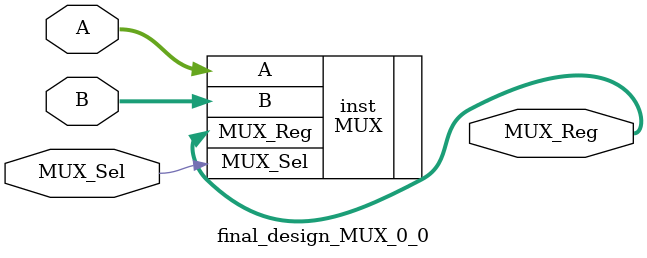
<source format=v>



// IP VLNV: xilinx.com:module_ref:MUX:1.0
// IP Revision: 1

`timescale 1ns/1ps

(* IP_DEFINITION_SOURCE = "module_ref" *)
(* DowngradeIPIdentifiedWarnings = "yes" *)
module final_design_MUX_0_0 (
  A,
  B,
  MUX_Sel,
  MUX_Reg
);

input wire [7 : 0] A;
input wire [7 : 0] B;
input wire MUX_Sel;
output wire [7 : 0] MUX_Reg;

  MUX inst (
    .A(A),
    .B(B),
    .MUX_Sel(MUX_Sel),
    .MUX_Reg(MUX_Reg)
  );
endmodule

</source>
